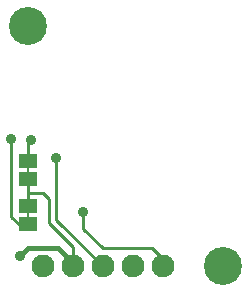
<source format=gbr>
G04 EAGLE Gerber RS-274X export*
G75*
%MOMM*%
%FSLAX34Y34*%
%LPD*%
%INBottom Copper*%
%IPPOS*%
%AMOC8*
5,1,8,0,0,1.08239X$1,22.5*%
G01*
%ADD10C,1.930400*%
%ADD11C,3.216000*%
%ADD12R,1.600200X1.168400*%
%ADD13R,0.203200X0.635000*%
%ADD14C,0.254000*%
%ADD15C,0.906400*%
%ADD16C,0.406400*%


D10*
X139700Y25400D03*
X114300Y25400D03*
X88900Y25400D03*
X63500Y25400D03*
X38100Y25400D03*
D11*
X25400Y228600D03*
X190500Y25400D03*
D12*
X25400Y60960D03*
X25400Y76200D03*
D13*
X25400Y68580D03*
D12*
X25400Y114300D03*
X25400Y99060D03*
D13*
X25400Y106680D03*
D14*
X25400Y87630D02*
X25400Y76200D01*
X63500Y41910D02*
X63500Y25400D01*
X63500Y41910D02*
X43180Y62230D01*
X43180Y82550D01*
X38100Y87630D01*
X25400Y87630D01*
X25400Y99060D01*
D15*
X19050Y34290D03*
D16*
X25400Y40640D01*
X50800Y40640D01*
X63500Y27940D01*
X63500Y25400D01*
D14*
X88900Y25400D02*
X49530Y64770D01*
X49530Y116840D01*
D15*
X49530Y116840D03*
D14*
X139700Y31750D02*
X139700Y25400D01*
X139700Y31750D02*
X130810Y40640D01*
X88900Y40640D01*
X72390Y57150D01*
X72390Y71120D01*
D15*
X72390Y71120D03*
X11430Y133350D03*
D14*
X11430Y67310D02*
X17780Y60960D01*
X11430Y67310D02*
X11430Y133350D01*
X17780Y60960D02*
X25400Y60960D01*
D15*
X27940Y132080D03*
D14*
X25400Y129540D02*
X25400Y114300D01*
X25400Y129540D02*
X27940Y132080D01*
M02*

</source>
